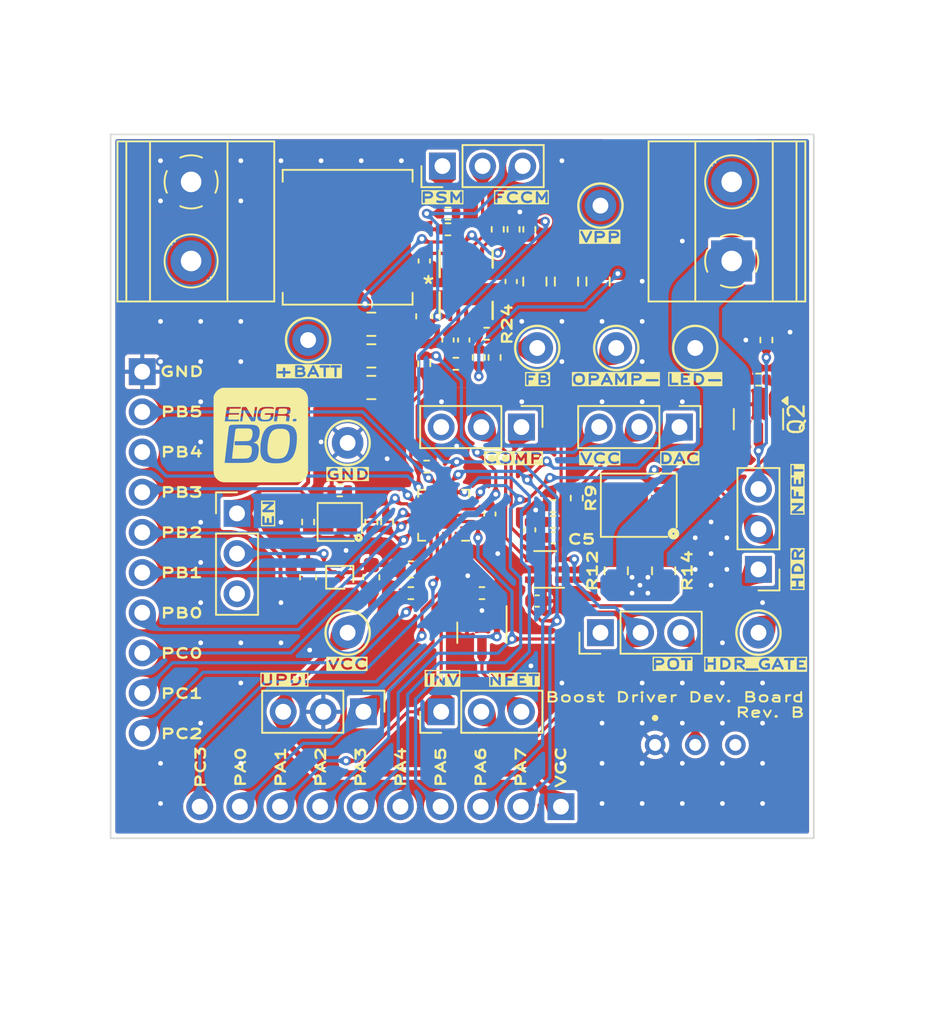
<source format=kicad_pcb>
(kicad_pcb (version 20240108) (generator "pcbnew") (generator_version "8.0")
  (title_block (title "Boost Driver Dev. Board") (rev "B") (company "Engineer Bo (https://www.youtube.com/@engineerbo)"))
  (layers (0 "F.Cu" signal) (1 "In1.Cu" signal) (2 "In2.Cu" signal) (31 "B.Cu" signal) (34 "B.Paste" user) (35 "F.Paste" user) (36 "B.SilkS" user "B.Silkscreen") (37 "F.SilkS" user "F.Silkscreen") (38 "B.Mask" user) (39 "F.Mask" user) (44 "Edge.Cuts" user))
  (net 0 "")
  (net 1 "GND")
  (net 2 "+BATT")
  (net 3 "VCC")
  (net 4 "/EN")
  (net 5 "/LED-")
  (net 6 "/ATtiny1616/UPDI")
  (net 7 "/DAC")
  (net 8 "/ATtiny1616/PC2")
  (net 9 "/ATtiny1616/PC3")
  (net 10 "/ATtiny1616/PA5")
  (net 11 "/ATtiny1616/PB1")
  (net 12 "/HDR")
  (net 13 "/FB")
  (net 14 "Net-(JP1-C)")
  (net 16 "VPP")
  (net 17 "/CurrentFeedback/OPAMP-")
  (net 18 "Net-(U4-BST)")
  (net 19 "Net-(U4-SS)")
  (net 20 "/INV")
  (net 21 "Net-(JP2-B)")
  (net 22 "Net-(JP3-C)")
  (net 24 "Net-(JP4-B)")
  (net 25 "Net-(U4-ILIM)")
  (net 26 "/~{HDR}")
  (net 27 "/~{INV}")
  (net 28 "/CurrentFeedback/HDR_GATE")
  (net 29 "/MP3432/SW")
  (net 30 "VDD")
  (net 31 "/BAT")
  (net 32 "/NTC")
  (net 33 "/BAT_EN")
  (net 34 "Net-(JP5-B)")
  (net 35 "/MP3432/COMP")
  (net 36 "Net-(JP6-A)")
  (net 38 "/OTC")
  (net 39 "Net-(C7-Pad1)")
  (net 40 "Net-(C14-Pad2)")
  (net 41 "Net-(JP6-C)")
  (net 43 "Net-(JP7-A)")
  (net 44 "Net-(Q1B-D2)")
  (net 45 "Net-(Q1A-D1)")
  (net 46 "/CurrentFeedback/HDR_DRAIN")
  (net 47 "/ATtiny1616/PB5")
  (net 48 "/ATtiny1616/PB3")
  (net 49 "/ATtiny1616/PB2")
  (net 50 "/MP3432/MODE")
  (net 51 "Net-(U4-EN)")
  (footprint "Resistor_SMD:R_0402_1005Metric" (layer "F.Cu") (at 155.8 91.1)
    (property "Reference" "R24")
    (property "Value" "130k")
  )
  (footprint "Package_SON_AKL:Infineon_PG_TSDSON-8_FL" (layer "F.Cu") (at 165.425 101.9425 180)
    (property "Reference" "Q3" (hide yes))
    (property "Value" "ISZ065N03L5SATMA1" (hide yes))
  )
  (footprint "Connector_PinHeader_2.54mm:PinHeader_1x10_P2.54mm_Vertical" (layer "F.Cu") (at 160.5 121 -90)
    (property "Reference" "J4" (hide yes))
    (property "Value" "Conn_01x10_Pin")
  )
  (footprint "Resistor_SMD:R_0402_1005Metric" (layer "F.Cu") (at 153.350001 83.5)
    (property "Reference" "R19" (hide yes))
    (property "Value" "130k")
  )
  (footprint "TerminalBlock_Phoenix:TerminalBlock_Phoenix_MKDS-1,5-2_1x02_P5.00mm_Horizontal" (layer "F.Cu") (at 171.305 86.5 90)
    (property "Reference" "J2" (hide yes))
    (property "Value" "Screw_Terminal_01x02")
  )
  (footprint "Capacitor_SMD:C_0402_1005Metric" (layer "F.Cu") (at 151.850001 86.5 90)
    (property "Reference" "C13" (hide yes))
    (property "Value" "100nF")
  )
  (footprint "TestPoint:TestPoint_Keystone_5000-5004_Miniature" (layer "F.Cu") (at 147 98)
    (property "Reference" "TP2" (hide yes))
    (property "Value" "TestPoint_Probe")
  )
  (footprint "Resistor_SMD:R_0402_1005Metric" (layer "F.Cu") (at 173.5 91.5 -90)
    (property "Reference" "R8" (hide yes))
    (property "Value" "10k")
  )
  (footprint "Resistor_SMD:R_0402_1005Metric" (layer "F.Cu") (at 160 102 180)
    (property "Reference" "R10" (hide yes))
    (property "Value" "3k3")
  )
  (footprint "TerminalBlock_Phoenix:TerminalBlock_Phoenix_MKDS-1,5-2_1x02_P5.00mm_Horizontal" (layer "F.Cu") (at 137.095 81.5 -90)
    (property "Reference" "J1" (hide yes))
    (property "Value" "Screw_Terminal_01x02")
  )
  (footprint "Capacitor_SMD:C_0402_1005Metric" (layer "F.Cu") (at 153.350001 91.5 -90)
    (property "Reference" "C12" (hide yes))
    (property "Value" "22nF")
  )
  (footprint "TestPoint:TestPoint_Keystone_5000-5004_Miniature" (layer "F.Cu") (at 164 92)
    (property "Reference" "TP5" (hide yes))
    (property "Value" "TestPoint_Probe")
  )
  (footprint "Connector_PinHeader_2.54mm:PinHeader_1x03_P2.54mm_Vertical" (layer "F.Cu") (at 168 97 -90)
    (property "Reference" "JP3" (hide yes))
    (property "Value" "Jumper_3_Bridged12")
  )
  (footprint "Capacitor_SMD:C_0805_2012Metric" (layer "F.Cu") (at 162.850001 87.8 -90)
    (property "Reference" "C18" (hide yes))
    (property "Value" "22uF")
  )
  (footprint "Capacitor_SMD:C_0402_1005Metric" (layer "F.Cu") (at 160.02 104 180)
    (property "Reference" "C5")
    (property "Value" "3.3nF")
  )
  (footprint "TestPoint:TestPoint_Keystone_5000-5004_Miniature" (layer "F.Cu") (at 169 92)
    (property "Reference" "TP6" (hide yes))
    (property "Value" "TestPoint_Probe")
  )
  (footprint "Resistor_SMD:R_0402_1005Metric" (layer "F.Cu") (at 155.3 92.6 90)
    (property "Reference" "R23" (hide yes))
    (property "Value" "750k")
  )
  (footprint "Capacitor_SMD:C_0603_1608Metric" (layer "F.Cu") (at 151.850001 90 90)
    (property "Reference" "C11" (hide yes))
    (property "Value" "4.7uF")
  )
  (footprint "Capacitor_SMD:C_0603_1608Metric" (layer "F.Cu") (at 144.5 106.5 90)
    (property "Reference" "C1" (hide yes))
    (property "Value" "4.7uF")
  )
  (footprint "TestPoint:TestPoint_Keystone_5000-5004_Miniature" (layer "F.Cu") (at 173 110)
    (property "Reference" "TP4" (hide yes))
    (property "Value" "TestPoint_Probe")
  )
  (footprint "Capacitor_SMD:C_0805_2012Metric" (layer "F.Cu") (at 148.5 90.5)
    (property "Reference" "C8" (hide yes))
    (property "Value" "22uF")
  )
  (footprint "Resistor_SMD:R_0402_1005Metric" (layer "F.Cu") (at 151 107.5 180)
    (property "Reference" "R6" (hide yes))
    (property "Value" "750k")
  )
  (footprint "Package_DFN_QFN:VQFN-20-1EP_3x3mm_P0.4mm_EP1.7x1.7mm" (layer "F.Cu") (at 153.075 102.575 180)
    (property "Reference" "U2" (hide yes))
    (property "Value" "ATtiny1616-M")
  )
  (footprint "TestPoint:TestPoint_Keystone_5000-5004_Miniature" (layer "F.Cu") (at 147 110)
    (property "Reference" "TP3" (hide yes))
    (property "Value" "TestPoint_Probe")
  )
  (footprint "Capacitor_SMD:C_0805_2012Metric" (layer "F.Cu") (at 160.850001 87.8 -90)
    (property "Reference" "C17" (hide yes))
    (property "Value" "22uF")
  )
  (footprint "Connector_PinHeader_2.54mm:PinHeader_1x03_P2.54mm_Vertical" (layer "F.Cu") (at 163 110 90)
    (property "Reference" "JP4" (hide yes))
    (property "Value" "Jumper_3_Bridged12")
  )
  (footprint "Package_TO_SOT_SMD:SOT-23" (layer "F.Cu") (at 155.5 110 -90)
    (property "Reference" "Q4" (hide yes))
    (property "Value" "2N7002K")
  )
  (footprint "Inductor_SMD:L_Coilcraft_XAL7070-XXX" (layer "F.Cu") (at 147 85)
    (property "Reference" "L1" (hide yes))
    (property "Value" "2.2uH")
  )
  (footprint "Resistor_SMD:R_0402_1005Metric" (layer "F.Cu") (at 151.850001 93 -90)
    (property "Reference" "TH1" (hide yes))
    (property "Value" "10k")
  )
  (footprint "footprints:3310C001503L" (layer "F.Cu") (at 166.46 117.095 -90)
    (property "Reference" "VR1" (hide yes))
    (property "Value" "3310C-001-104L" (hide yes))
  )
  (footprint "Package_TO_SOT_SMD_AKL:SOT-563" (layer "F.Cu") (at 146.5 103 180)
    (property "Reference" "Q1" (hide yes))
    (property "Value" "DMC2400UV" (hide yes))
  )
  (footprint "Capacitor_SMD:C_0805_2012Metric" (layer "F.Cu") (at 148.5 94.5)
    (property "Reference" "C10" (hide yes))
    (property "Value" "22uF")
  )
  (footprint "Connector_PinHeader_2.54mm:PinHeader_1x03_P2.54mm_Vertical" (layer "F.Cu") (at 140 102.46)
    (property "Reference" "JP1" (hide yes))
    (property "Value" "Jumper_3_Bridged12")
  )
  (footprint "Connector_PinHeader_2.54mm:PinHeader_1x03_P2.54mm_Vertical" (layer "F.Cu") (at 153 80.5 90)
    (property "Reference" "JP7" (hide yes))
    (property "Value" "Jumper_3_Bridged12")
  )
  (footprint "Resistor_SMD:R_0402_1005Metric" (layer "F.Cu") (at 161.5 101.49 -90)
    (property "Reference" "R9")
    (property "Value" "150k")
  )
  (footprint "Resistor_SMD:R_0402_1005Metric" (layer "F.Cu") (at 146.5 101 180)
    (property "Reference" "R5" (hide yes))
    (property "Value" "10k")
  )
  (footprint "Resistor_SMD:R_0402_1005Metric" (layer "F.Cu") (at 148.5 103 -90)
    (property "Reference" "R2" (hide yes))
    (property "Value" "20k")
  )
  (footprint "Resistor_SMD:R_0402_1005Metric" (layer "F.Cu") (at 153.850001 93 180)
    (property "Reference" "R22" (hide yes))
    (property "Value" "6k8")
  )
  (footprint "Resistor_SMD:R_0402_1005Metric" (layer "F.Cu") (at 153.350001 84.5 180)
    (property "Reference" "R20" (hide yes))
    (property "Value" "22k")
  )
  (footprint "Capacitor_SMD:C_0402_1005Metric" (layer "F.Cu") (at 157.350001 87.8 90)
    (property "Reference" "C15" (hide yes))
    (property "Value" "100nF")
  )
  (footprint "Resistor_SMD:R_0402_1005Metric" (layer "F.Cu") (at 157.5 84.5 90)
    (property "Reference" "R18" (hide yes))
    (property "Value" "24k")
  )
  (footprint "Connector_PinHeader_2.54mm:PinHeader_1x03_P2.54mm_Vertical" (layer "F.Cu") (at 173 106 180)
    (property "Reference" "JP2" (hide yes))
    (property "Value" "Jumper_3_Bridged12")
  )
  (footprint "footprints:QFN-13_MP3431_MNP" (layer "F.Cu") (at 154.5 88)
    (property "Reference" "U4" (hide yes))
    (property "Value" "MP3432GL-Z")
  )
  (footprint "Resistor_SMD:R_0402_1005Metric" (layer "F.Cu") (at 152 99.5)
    (property "Reference" "R1" (hide yes))
    (property "Value" "10k")
  )
  (footprint "Connector_PinHeader_2.54mm:PinHeader_1x03_P2.54mm_Vertical" (layer "F.Cu") (at 148 115 -90)
    (property "Reference" "J3" (hide yes))
    (property "Value" "Conn_01x03_Pin")
  )
  (footprint "Capacitor_SMD:C_0805_2012Metric" (layer "F.Cu") (at 158.850001 87.8 -90)
    (property "Reference" "C16" (hide yes))
    (property "Value" "22uF")
  )
  (footprint "Resistor_SMD:R_0402_1005Metric" (layer "F.Cu") (at 144.5 103 -90)
    (property "Reference" "R4" (hide yes))
    (property "Value" "10k")
  )
  (footprint "Resistor_SMD:R_0402_1005Metric" (layer "F.Cu") (at 173 94 180)
    (property "Reference" "R7" (hide yes))
    (property "Value" "10k")
  )
  (footprint "Capacitor_SMD:C_0805_2012Metric" (layer "F.Cu") (at 148.5 92.5)
    (property "Reference" "C9" (hide yes))
    (property "Value" "22uF")
  )
  (footprint "Capacitor_SMD:C_0603_1608Metric" (layer "F.Cu") (at 151 106 180)
    (property "Reference" "C3" (hide yes))
    (property "Value" "4.7uF")
  )
  (footprint "Connector_PinHeader_2.54mm:PinHeader_1x03_P2.54mm_Vertical" (layer "F.Cu") (at 158 97 -90)
    (property "Reference" "JP6" (hide yes))
    (property "Value" "Jumper_3_Bridged12")
  )
  (footprint "TestPoint:TestPoint_Keystone_5000-5004_Miniature" (layer "F.Cu") (at 163 83)
    (property "Reference" "TP8" (hide yes))
    (property "Value" "TestPoint_Probe")
  )
  (footprint "Capacitor_SMD:C_0402_1005Metric" (layer "F.Cu") (at 156 102.5 90)
    (property "Reference" "C4" (hide yes))
    (property "Value" "100nF")
  )
  (footprint "Resistor_SMD:R_0402_1005Metric" (layer "F.Cu") (at 149.5 103 90)
    (property "Reference" "R3" (hide yes))
    (property "Value" "10k")
  )
  (footprint "TestPoint:TestPoint_Keystone_5000-5004_Miniature" (layer "F.Cu") (at 159 92)
    (property "Reference" "TP7" (hide yes))
    (property "Value" "TestPoint_Probe")
  )
  (footprint "Capacitor_SMD:C_0603_1608Metric" (layer "F.Cu") (at 148.5 106.5 90)
    (property "Reference" "C2" (hide yes))
    (property "Value" "4.7uF")
  )
  (footprint "Package_TO_SOT_SMD:SOT-23" (layer "F.Cu") (at 173 96.5 -90)
    (property "Reference" "Q2")
    (property "Value" "2N7002K")
  )
  (footprint "Package_TO_SOT_SMD:SOT-353_SC-70-5" (layer "F.Cu") (at 159.5 106 180)
    (property "Reference" "U3" (hide yes))
    (property "Value" "TLV333/OPA333")
  )
  (footprint "TestPoint:TestPoint_Keystone_5000-5004_Miniature" (layer "F.Cu") (at 144.5 91.5)
    (property "Reference" "TP1" (hide yes))
    (property "Value" "TestPoint_Probe")
  )
  (footprint "Package_DFN_QFN:OnSemi_XDFN4-1EP_1.0x1.0mm_EP0.52x0.52mm" (layer "F.Cu") (at 146.5 106.5 180)
    (property "Reference" "U1" (hide yes))
    (property "Value" "NCP114AMX250TCG")
  )
  (footprint "Resistor_SMD:R_0402_1005Metric" (layer "F.Cu") (at 158.5 84.5 -90)
    (property "Reference" "R17" (hide yes))
    (property "Value" "20k")
  )
  (footprint "Resistor_SMD:R_0402_1005Metric" (layer "F.Cu") (at 156.5 84.5 90)
    (property "Reference" "R21" (hide yes))
    (property "Value" "27k")
  )
  (footprint "Engineer_Bo_Logo:logo_6mm" (layer "F.Cu") (at 141.5 97.5)
    (property "Reference" "LOGO1" (hide yes))
    (property "Value" "LOGO" (hide yes))
  )
  (footprint "Connector_PinHeader_2.54mm:PinHeader_1x03_P2.54mm_Vertical" (layer "F.Cu") (at 152.92 115 90)
    (property "Reference" "JP5" (hide yes))
    (property "Value" "Jumper_3_Bridged12")
  )
  (footprint "Resistor_SMD:R_0402_1005Metric" (layer "F.Cu") (at 155.5 107.5 180)
    (property "Reference" "R13" (hide yes))
    (property "Value" "10k")
  )
  (footprint "Resistor_SMD:R_0402_1005Metric" (layer "F.Cu") (at 156.3 92.6 90)
    (property "Reference" "R16" (hide yes))
    (property "Value" "430k")
  )
  (footprint "Capacitor_SMD:C_0402_1005Metric" (layer "F.Cu") (at 154.350001 91.5 -90)
    (property "Reference" "C14" (hide yes))
    (property "Value" "6.8nF")
  )
  (footprint "Capacitor_SMD:C_0402_1005Metric" (layer "F.Cu") (at 158.52 103.5 -90)
    (property "Reference" "C7" (hide yes))
    (property "Value" "DNP")
  )
  (footprint "Resistor_SMD:R_0402_1005Metric" (layer "F.Cu") (at 160 103 180)
    (property "Reference" "R15" (hide yes))
    (property "Value" "DNP")
  )
  (footprint "Resistor_SMD:R_0805_2012Metric" (layer "F.Cu") (at 164 106.0875 -90)
    (property "Reference" "R12")
    (property "Value" "5mR")
  )
  (footprint "Resistor_SMD:R_0805_2012Metric" (layer "F.Cu") (at 167 106.0875 -90)
    (property "Reference" "R14")
    (property "Value" "1R")
  )
  (footprint "Capacitor_SMD:C_0402_1005Metric" (layer "F.Cu") (at 159 108 180)
    (property "Reference" "C6" (hide yes))
    (property "Value" "100nF")
  )
  (footprint "Connector_PinHeader_2.54mm:PinHeader_1x10_P2.54mm_Vertical" (layer "F.Cu") (at 134 93.5)
    (property "Reference" "J5" (hide yes))
    (property "Value" "Conn_01x10_Pin")
  )
  (gr_rect (start 132 78.5) (end 176.5 123) (stroke (width 0.1)) (fill none) (layer "Edge.Cuts"))
  (gr_text "${TITLE}\nRev. ${REVISION}" (at 176 115.4 0) (layer "F.SilkS") (effects (font (size 0.6 0.9) (thickness 0.125) (bold yes)) (justify right bottom)))
  (segment (start 148.05 106.175) (end 148.5 105.725) (width 0.25) (layer "F.Cu") (net 1))
  (segment (start 172.05 95.5625) (end 172.05 94.44) (width 0.2) (layer "F.Cu") (net 1))
  (segment (start 146.985 106.175) (end 148.05 106.175) (width 0.25) (layer "F.Cu") (net 1))
  (segment (start 155.595 102.575) (end 156 102.98) (width 0.2) (layer "F.Cu") (net 1))
  (segment (start 146.985 106.175) (end 146.825 106.175) (width 0.25) (layer "F.Cu") (net 1))
  (segment (start 154.525 102.575) (end 155.595 102.575) (width 0.2) (layer "F.Cu") (net 1))
  (segment (start 146.825 106.175) (end 146.5 106.5) (width 0.25) (layer "F.Cu") (net 1))
  (segment (start 172.05 94.44) (end 172.49 94) (width 0.2) (layer "F.Cu") (net 1))
  (segment (start 154.525 102.575) (end 153.075 102.575) (width 0.2) (layer "F.Cu") (net 1))
  (via (at 165.64 120.8) (size 0.6) (drill 0.3) (layers "F.Cu" "B.Cu") (net 1))
  (via (at 173.26 113.18) (size 0.6) (drill 0.3) (layers "F.Cu" "B.Cu") (net 1))
  (via (at 170.72 113.18) (size 0.6) (drill 0.3) (layers "F.Cu" "B.Cu") (net 1))
  (via (at 165.64 87.78) (size 0.6) (drill 0.3) (layers "F.Cu" "B.Cu") (net 1))
  (via (at 173.26 108.1) (size 0.6) (drill 0.3) (layers "F.Cu" "B.Cu") (net 1))
  (via (at 168.18 120.8) (size 0.6) (drill 0.3) (layers "F.Cu" "B.Cu") (net 1))
  (via (at 165.64 115.72) (size 0.6) (drill 0.3) (layers "F.Cu" "B.Cu") (net 1))
  (via (at 175 91) (size 0.6) (drill 0.3) (layers "F.Cu" "B.Cu") (net 1))
  (via (at 160.56 118.26) (size 0.6) (drill 0.3) (layers "F.Cu" "B.Cu") (net 1))
  (via (at 153.9 98.2) (size 0.6) (drill 0.3) (layers "F.Cu" "B.Cu") (net 1))
  (via (at 137.7 95.4) (size 0.6) (drill 0.3) (layers "F.Cu" "B.Cu") (net 1))
  (via (at 168.18 115.72) (size 0.6) (drill 0.3) (layers "F.Cu" "B.Cu") (net 1))
  (via (at 135.16 92.86) (size 0.6) (drill 0.3) (layers "F.Cu" "B.Cu") (net 1))
  (via (at 154.6 106.4) (size 0.6) (drill 0.3) (layers "F.Cu" "B.Cu") (net 1))
  (via (at 165.64 92.86) (size 0.6) (drill 0.3) (layers "F.Cu" "B.Cu") (net 1))
  (via (at 147.86 80.16) (size 0.6) (drill 0.3) (layers "F.Cu" "B.Cu") (net 1))
  (via (at 170 105) (size 0.6) (drill 0.3) (layers "F.Cu" "B.Cu") (net 1))
  (via (at 165.64 95.4) (size 0.6) (drill 0.3) (layers "F.Cu" "B.Cu") (net 1))
  (via (at 137.7 90.32) (size 0.6) (drill 0.3) (layers "F.Cu" "B.Cu") (net 1))
  (via (at 144.6 111.1) (size 0.6) (drill 0.3) (layers "F.Cu" "B.Cu") (net 1))
  (via (at 135.16 82.7) (size 0.6) (drill 0.3) (layers "F.Cu" "B.Cu") (net 1))
  (via (at 137.7 110.64) (size 0.6) (drill 0.3) (layers "F.Cu" "B.Cu") (net 1))
  (via (at 135.16 90.32) (size 0.6) (drill 0.3) (layers "F.Cu" "B.Cu") (net 1))
  (via (at 140.24 92.86) (size 0.6) (drill 0.3) (layers "F.Cu" "B.Cu") (net 1))
  (via (at 135.16 80.16) (size 0.6) (drill 0.3) (layers "F.Cu" "B.Cu") (net 1))
  (via (at 142.78 103.02) (size 0.6) (drill 0.3) (layers "F.Cu" "B.Cu") (net 1))
  (via (at 160.56 92.86) (size 0.6) (drill 0.3) (layers "F.Cu" "B.Cu") (net 1))
  (via (at 135.16 120.8) (size 0.6) (drill 0.3) (layers "F.Cu" "B.Cu") (net 1))
  (via (at 140.24 118.26) (size 0.6) (drill 0.3) (layers "F.Cu" "B.Cu") (net 1))
  (via (at 145.32 97.94) (size 0.6) (drill 0.3) (layers "F.Cu" "B.Cu") (net 1))
  (via (at 137.7 105.56) (size 0.6) (drill 0.3) (layers "F.Cu" "B.Cu") (net 1))
  (via (at 168.18 85.24) (size 0.6) (drill 0.3) (layers "F.Cu" "B.Cu") (net 1))
  (via (at 145.32 80.16) (size 0.6) (drill 0.3) (layers "F.Cu" "B.Cu") (net 1))
  (via (at 160.56 80.16) (size 0.6) (drill 0.3) (layers "F.Cu" "B.Cu") (net 1))
  (via (at 170.72 110.64) (size 0.6) (drill 0.3) (layers "F.Cu" "B.Cu") (net 1))
  (via (at 158.02 95.4) (size 0.6) (drill 0.3) (layers "F.Cu" "B.Cu") (net 1))
  (via (at 137.7 92.86) (size 0.6) (drill 0.3) (layers "F.Cu" "B.Cu") (net 1))
  (via (at 150.4 80.16) (size 0.6) (drill 0.3) (layers "F.Cu" "B.Cu") (net 1))
  (via (at 173.26 115.72) (size 0.6) (drill 0.3) (layers "F.Cu" "B.Cu") (net 1))
  (via (at 165.64 118.26) (size 0.6) (drill 0.3) (layers "F.Cu" "B.Cu") (net 1))
  (via (at 137.7 97.94) (size 0.6) (drill 0.3) (layers "F.Cu" "B.Cu") (net 1))
  (via (at 137.7 108.1) (size 0.6) (drill 0.3) (layers "F.Cu" "B.Cu") (net 1))
  (via (at 140.24 113.18) (size 0.6) (drill 0.3) (layers "F.Cu" "B.Cu") (net 1))
  (via (at 163.1 120.8) (size 0.6) (drill 0.3) (layers "F.Cu" "B.Cu") (net 1))
  (via (at 135.16 118.26) (size 0.6) (drill 0.3) (layers "F.Cu" "B.Cu") (net 1))
  (via (at 155.5 108.6) (size 0.6) (drill 0.3) (layers "F.Cu" "B.Cu") (net 1))
  (via (at 170.72 118.26) (size 0.6) (drill 0.3) (layers "F.Cu" "B.Cu") (net 1))
  (via (at 168.18 118.26) (size 0.6) (drill 0.3) (layers "F.Cu" "B.Cu") (net 1))
  (via (at 170 103) (size 0.6) (drill 0.3) (layers "F.Cu" "B.Cu") (net 1))
  (via (at 140.24 82.7) (size 0.6) (drill 0.3) (layers "F.Cu" "B.Cu") (net 1))
  (via (at 157.9 83.4) (size 0.6) (drill 0.3) (layers "F.Cu" "B.Cu") (net 1))
  (via (at 160.56 90.32) (size 0.6) (drill 0.3) (layers "F.Cu" "B.Cu") (net 1))
  (via (at 169 104) (size 0.6) (drill 0.3) (layers "F.Cu" "B.Cu") (net 1))
  (via (at 170 107) (size 0.6) (drill 0.3) (layers "F.Cu" "B.Cu") (net 1))
  (via (at 158.6 112.1) (size 0.6) (drill 0.3) (layers "F.Cu" "B.Cu") (net 1))
  (via (at 173.26 118.26) (size 0.6) (drill 0.3) (layers "F.Cu" "B.Cu") (net 1))
  (via (at 170.72 115.72) (size 0.6) (drill 0.3) (layers "F.Cu" "B.Cu") (net 1))
  (via (at 137.7 115.72) (size 0.6) (drill 0.3) (layers "F.Cu" "B.Cu") (net 1))
  (via (at 152.94 95.4) (size 0.6) (drill 0.3) (layers "F.Cu" "B.Cu") (net 1))
  (via (at 163.1 115.72) (size 0.6) (drill 0.3) (layers "F.Cu" "B.Cu") (net 1))
  (via (at 158.9 102.245968) (size 0.6) (drill 0.3) (layers "F.Cu" "B.Cu") (net 1))
  (via (at 163.1 90.32) (size 0.6) (drill 0.3) (layers "F.Cu" "B.Cu") (net 1))
  (via (at 156.5 105) (size 0.6) (drill 0.3) (layers "F.Cu" "B.Cu") (net 1))
  (via (at 168.18 113.18) (size 0.6) (drill 0.3) (layers "F.Cu" "B.Cu") (net 1))
  (via (at 165.64 113.18) (size 0.6) (drill 0.3) (layers "F.Cu" "B.Cu") (net 1))
  (via (at 140.24 90.32) (size 0.6) (drill 0.3) (layers "F.Cu" "B.Cu") (net 1))
  (via (at 165.64 90.32) (size 0.6) (drill 0.3) (layers "F.Cu" "B.Cu") (net 1))
  (via (at 140.24 110.64) (size 0.6) (drill 0.3) (layers "F.Cu" "B.Cu") (net 1))
  (via (at 171 106) (size 0.6) (drill 0.3) (layers "F.Cu" "B.Cu") (net 1))
  (via (at 140.24 80.16) (size 0.6) (drill 0.3) (layers "F.Cu" "B.Cu") (net 1))
  (via (at 137.7 103.02) (size 0.6) (drill 0.3) (layers "F.Cu" "B.Cu") (net 1))
  (via (at 171 104) (size 0.6) (drill 0.3) (layers "F.Cu" "B.Cu") (net 1))
  (via (at 172.2 91.5) (size 0.6) (drill 0.3) (layers "F.Cu" "B.Cu") (net 1))
  (via (at 149.5 99) (size 0.6) (drill 0.3) (layers "F.Cu" "B.Cu") (net 1))
  (via (at 173.26 120.8) (size 0.6) (drill 0.3) (layers "F.Cu" "B.Cu") (net 1))
  (via (at 142.78 80.16) (size 0.6) (drill 0.3) (layers "F.Cu" "B.Cu") (net 1))
  (via (at 170.72 120.8) (size 0.6) (drill 0.3) (layers "F.Cu" "B.Cu") (net 1))
  (via (at 163.1 95.4) (size 0.6) (drill 0.3) (layers "F.Cu" "B.Cu") (net 1))
  (via (at 168.18 95.4) (size 0.6) (drill 0.3) (layers "F.Cu" "B.Cu") (net 1))
  (via (at 169 106) (size 0.6) (drill 0.3) (layers "F.Cu" "B.Cu") (net 1))
  (via (at 142.78 110.64) (size 0.6) (drill 0.3) (layers "F.Cu" "B.Cu") (net 1))
  (via (at 160.56 113.18) (size 0.6) (drill 0.3) (layers "F.Cu" "B.Cu") (net 1))
  (via (at 158.02 90.32) (size 0.6) (drill 0.3) (layers "F.Cu" "B.Cu") (net 1))
  (via (at 142.78 108.1) (size 0.6) (drill 0.3) (layers "F.Cu" "B.Cu") (net 1))
  (via (at 163.1 118.26) (size 0.6) (drill 0.3) (layers "F.Cu" "B.Cu") (net 1))
  (via (at 146.9 104.8) (size 0.6) (drill 0.3) (layers "F.Cu" "B.Cu") (net 1))
  (segment (start 145.5 94.5) (end 147.55 94.5) (width 0.25) (layer "F.Cu") (net 2))
  (segment (start 140.03 102.49) (end 140 102.46) (width 0.2) (layer "F.Cu") (net 2))
  (segment (start 153.7 85.3) (end 151.9 85.3) (width 0.2) (layer "F.Cu") (net 2))
  (segment (start 141.5 101) (end 144 101) (width 0.25) (layer "F.Cu") (net 2))
  (segment (start 140 102.46) (end 140.04 102.46) (width 0.25) (layer "F.Cu") (net 2))
  (segment (start 142.75 105.21) (end 140 102.46) (width 0.25) (layer "F.Cu") (net 2))
  (segment (start 144.5 100.5) (end 144.5 95.5) (width 0.25) (layer "F.Cu") (net 2))
  (segment (start 146.015 106.825) (end 144.95 106.825) (width 0.25) (layer "F.Cu") (net 2))
  (segment (start 144.5 101.5) (end 144 101) (width 0.2) (layer "F.Cu") (net 2))
  (segment (start 143.525 107.275) (end 142.75 106.5) (width 0.25) (layer "F.Cu") (net 2))
  (segment (start 151.9 85.3) (end 151.7 85.1) (width 0.2) (layer "F.Cu") (net 2))
  (segment (start 140.04 102.46) (end 141.5 101) (width 0.25) (layer "F.Cu") (net 2))
  (segment (start 154.000001 86.100001) (end 154.000001 85.600001) (width 0.2) (layer "F.Cu") (net 2))
  (segment (start 144 101) (end 144.5 100.5) (width 0.25) (layer "F.Cu") (net 2))
  (segment (start 144.5 102.49) (end 144.5 101.5) (width 0.2) (layer "F.Cu") (net 2))
  (segment (start 144.5 95.5) (end 145.5 94.5) (width 0.25) (layer "F.Cu") (net 2))
  (segment (start 144.95 106.825) (end 144.5 107.275) (width 0.25) (layer "F.Cu") (net 2))
  (segment (start 145.75 102.5) (end 144.51 102.5) (width 0.2) (layer "F.Cu") (net 2))
  (segment (start 142.75 106.5) (end 142.75 105.21) (width 0.25) (layer "F.Cu") (net 2))
  (segment (start 154.000001 85.600001) (end 153.7 85.3) (width 0.2) (layer "F.Cu") (net 2))
  (segment (start 144.5 107.275) (end 143.525 107.275) (width 0.25) (layer "F.Cu") (net 2))
  (segment (start 144.51 102.5) (end 144.5 102.49) (width 0.2) (layer "F.Cu") (net 2))
  (via (at 148.1 89.2) (size 0.6) (drill 0.3) (layers "F.Cu" "B.Cu") (net 2))
  (via (at 151.7 85.1) (size 0.6) (drill 0.3) (layers "F.Cu" "B.Cu") (net 2))
  (segment (start 148.1 88.7) (end 148.1 89.2) (width 0.2) (layer "B.Cu") (net 2))
  (segment (start 151.7 85.1) (end 148.1 88.7) (width 0.2) (layer "B.Cu") (net 2))
  (segment (start 147 110) (end 142.92 114.08) (width 0.4) (layer "F.Cu") (net 3))
  (segment (start 148.05 106.825) (end 148.5 107.275) (width 0.25) (layer "F.Cu") (net 3))
  (segment (start 142.92 116.72) (end 145.1 118.9) (width 0.4) (layer "F.Cu") (net 3))
  (segment (start 146.985 106.825) (end 148.05 106.825) (width 0.25) (layer "F.Cu") (net 3))
  (segment (start 148.5 108.5) (end 148.5 107.275) (width 0.4) (layer "F.Cu") (net 3))
  (segment (start 155.225 102.175) (end 155.38 102.02) (width 0.2) (layer "F.Cu") (net 3))
  (segment (start 154.525 102.175) (end 155.225 102.175) (width 0.2) (layer "F.Cu") (net 3))
  (segment (start 156 101.625) (end 156.375 101.25) (width 0.2) (layer "F.Cu") (net 3))
  (segment (start 158.4 118.9) (end 160.5 121) (width 0.4) (layer "F.Cu") (net 3))
  (segment (start 142.92 114.08) (end 142.92 115) (width 0.4) (layer "F.Cu") (net 3))
  (segment (start 152.6 92.5) (end 152.5875 92.5125) (width 0.2) (layer "F.Cu") (net 3))
  (segment (start 156 102.02) (end 156 101.625) (width 0.2) (layer "F.Cu") (net 3))
  (segment (start 147 110) (end 148.5 108.5) (width 0.4) (layer "F.Cu") (net 3))
  (segment (start 152.59 92.49) (end 152.6 92.5) (width 0.2) (layer "F.Cu") (net 3))
  (segment (start 145.1 118.9) (end 158.4 118.9) (width 0.4) (layer "F.Cu") (net 3))
  (segment (start 155.2 98.6) (end 156.375 99.775) (width 0.2) (layer "F.Cu") (net 3))
  (segment (start 151.850001 92.49) (end 152.59 92.49) (width 0.2) (layer "F.Cu") (net 3))
  (segment (start 155.38 102.02) (end 156 102.02) (width 0.2) (layer "F.Cu") (net 3))
  (segment (start 142.92 115) (end 142.92 116.72) (width 0.4) (layer "F.Cu") (net 3))
  (segment (start 156.375 99.775) (end 156.375 101.25) (width 0.2) (layer "F.Cu") (net 3))
  (via (at 155.2 98.6) (size 0.6) (drill 0.3) (layers "F.Cu" "B.Cu") (net 3))
  (via (at 156.375 101.25) (size 0.6) (drill 0.3) (layers "F.Cu" "B.Cu") (net 3))
  (via (at 152.6 92.5) (size 0.6) (drill 0.3) (layers "F.Cu" "B.Cu") (net 3))
  (segment (start 161.32 98.6) (end 162.92 97) (width 0.2) (layer "B.Cu") (net 3))
  (segment (start 154.5 102.5) (end 155.125 102.5) (width 0.4) (layer "B.Cu") (net 3))
  (segment (start 154.2 94.1) (end 154.2 97.6) (width 0.2) (layer "B.Cu") (net 3))
  (segment (start 147 110) (end 154.5 102.5) (width 0.4) (layer "B.Cu") (net 3))
  (segment (start 155.125 102.5) (end 156.375 101.25) (width 0.4) (layer "B.Cu") (net 3))
  (segment (start 152.6 92.5) (end 154.2 94.1) (width 0.2) (layer "B.Cu") (net 3))
  (segment (start 154.2 97.6) (end 155.2 98.6) (width 0.2) (layer "B.Cu") (net 3))
  (segment (start 155.2 98.6) (end 161.32 98.6) (width 0.2) (layer "B.Cu") (net 3))
  (segment (start 159.5 84) (end 158.509999 84) (width 0.2) (layer "F.Cu") (net 4))
  (segment (start 160.25 109.25) (end 159.25 109.25) (width 0.2) (layer "F.Cu") (net 4))
  (segment (start 159.25 109.25) (end 158.52 108.52) (width 0.2) (layer "F.Cu") (net 4))
  (segment (start 153.075 101.125) (end 153.075 100.025) (width 0.2) (layer "F.Cu") (net 4))
  (segment (start 158.55 107.97) (end 158.52 108) (width 0.2) (layer "F.Cu") (net 4))
  (segment (start 158.55 106.65) (end 158.55 107.97) (width 0.2) (layer "F.Cu") (net 4))
  (segment (start 158.52 108.52) (end 158.52 108) (width 0.2) (layer "F.Cu") (net 4))
  (segment (start 158.509999 84) (end 158.5 83.990001) (width 0.2) (layer "F.Cu") (net 4))
  (segment (start 153.075 100.025) (end 153.9 99.2) (width 0.2) (layer "F.Cu") (net 4))
  (via (at 159.5 84) (size 0.6) (drill 0.3) (layers "F.Cu" "B.Cu") (net 4))
  (via (at 153.9 99.2) (size 0.6) (drill 0.3) (layers "F.Cu" "B.Cu") (net 4))
  (via (at 160.25 109.25) (size 0.6) (drill 0.3) (layers "F.Cu" "B.Cu") (net 4))
  (segment (start 153.1 99.2) (end 151.5 97.6) (width 0.2) (layer "B.Cu") (net 4))
  (segment (start 160.25 109.25) (end 160.25 101.45) (width 0.2) (layer "B.Cu") (net 4))
  (segment (start 151.5 92.5) (end 159.5 84.5) (width 0.2) (layer "B.Cu") (net 4))
  (segment (start 151.5 97.6) (end 151.5 92.5) (width 0.2) (layer "B.Cu") (net 4))
  (segment (start 160.25 109.25) (end 159.8 109.7) (width 0.2) (layer "B.Cu") (net 4))
  (segment (start 153.9 99.2) (end 153.1 99.2) (width 0.2) (layer "B.Cu") (net 4))
  (segment (start 159.8 109.7) (end 159.8 119.16) (width 0.2) (layer "B.Cu") (net 4))
  (segment (start 159.5 84.5) (end 159.5 84) (width 0.2) (layer "B.Cu") (net 4))
  (segment (start 159.8 119.16) (end 157.96 121) (width 0.2) (layer "B.Cu") (net 4))
  (segment (start 158 99.2) (end 153.9 99.2) (width 0.2) (layer "B.Cu") (net 4))
  (segment (start 160.25 101.45) (end 158 99.2) (width 0.2) (layer "B.Cu") (net 4))
  (segment (start 162.35 107) (end 164 107) (width 0.4) (layer "F.Cu") (net 5))
  (segment (start 160.45 106.65) (end 162 106.65) (width 0.4) (layer "F.Cu") (net 5))
  (segment (start 162 106.65) (end 162.35 107) (width 0.4) (layer "F.Cu") (net 5))
  (via (at 166 107.5) (size 0.6) (drill 0.3) (layers "F.Cu" "B.Cu") (net 5))
  (via (at 165.5 107) (size 0.6) (drill 0.3) (layers "F.Cu" "B.Cu") (net 5))
  (via (at 165 106.5) (size 0.6) (drill 0.3) (layers "F.Cu" "B.Cu") (net 5))
  (via (at 165 107.5) (size 0.6) (drill 0.3) (layers "F.Cu" "B.Cu") (net 5))
  (via (at 166 106.5) (size 0.6) (drill 0.3) (layers "F.Cu" "B.Cu") (net 5))
  (segment (start 171 98.75) (end 165.5 104.25) (width 3) (layer "B.Cu") (net 5))
  (segment (start 165.5 104.25) (end 165.5 106) (width 3) (layer "B.Cu") (net 5))
  (segment (start 169 92) (end 171 94) (width 3) (layer "B.Cu") (net 5))
  (segment (start 171 94) (end 171 98.75) (width 3) (layer "B.Cu") (net 5))
  (segment (start 169 88.805) (end 171.305 86.5) (width 3) (layer "B.Cu") (net 5))
  (segment (start 169 92) (end 169 88.805) (width 3) (layer "B.Cu") (net 5))
  (segment (start 152.4 108.4) (end 153.475 107.325) (width 0.2) (layer "F.Cu") (net 6))
  (segment (start 152.4 110.6) (end 152.4 108.4) (width 0.2) (layer "F.Cu") (net 6))
  (segment (start 148 115) (end 152.4 110.6) (width 0.2) (layer "F.Cu") (net 6))
  (segment (start 153.475 107.325) (end 153.475 104.025) (width 0.2) (layer "F.Cu") (net 6))
  (segment (start 146 117) (end 148 115) (width 0.2) (layer "B.Cu") (net 6))
  (segment (start 144.18 117) (end 146 117) (width 0.2) (layer "B.Cu") (net 6))
  (segment (start 140.18 121) (end 144.18 117) (width 0.2) (layer "B.Cu") (net 6))
  (segment (start 154 100) (end 153.475 100.525) (width 0.2) (layer "F.Cu") (net 7))
  (segment (start 153.475 100.525) (end 153.475 101.125) (width 0.2) (layer "F.Cu") (net 7))
  (segment (start 159.55 99.15) (end 159.6 99.15) (width 0.2) (layer "F.Cu") (net 7))
  (segment (start 158.361091 100.338909) (end 159.55 99.15) (width 0.2) (layer "F.Cu") (net 7))
  (via (at 159.6 99.15) (size 0.6) (drill 0.3) (layers "F.Cu" "B.Cu") (net 7))
  (via (at 158.361091 100.338909) (size 0.6) (drill 0.3) (layers "F.Cu" "B.Cu") (net 7))
  (via (at 154 100) (size 0.6) (drill 0.3) (layers "F.Cu" "B.Cu") (net 7))
  (segment (start 165.4 99.6) (end 168 97) (width 0.2) (layer "B.Cu") (net 7))
  (segment (start 159.346 117.074) (end 155.42 121) (width 0.2) (layer "B.Cu") (net 7))
  (segment (start 159.346 109.254) (end 159.346 117.074) (width 0.2) (layer "B.Cu") (net 7))
  (segment (start 160.05 99.6) (end 165.4 99.6) (width 0.2) (layer "B.Cu") (net 7))
  (segment (start 159.8 108.8) (end 159.346 109.254) (width 0.2) (layer "B.Cu") (net 7))
  (segment (start 159.8 101.777818) (end 159.8 108.8) (width 0.2) (layer "B.Cu") (net 7))
  (segment (start 154 100) (end 154.2 99.8) (width 0.2) (layer "B.Cu") (net 7))
  (segment (start 154.2 99.8) (end 157.822182 99.8) (width 0.2) (layer "B.Cu") (net 7))
  (segment (start 158.361091 100.338909) (end 159.8 101.777818) (width 0.2) (layer "B.Cu") (net 7))
  (segment (start 159.6 99.15) (end 160.05 99.6) (width 0.2) (layer "B.Cu") (net 7))
  (segment (start 157.822182 99.8) (end 158.361091 100.338909) (width 0.2) (layer "B.Cu") (net 7))
  (segment (start 152.675 106.625) (end 152.4 106.9) (width 0.2) (layer "F.Cu") (net 8))
  (segment (start 152.675 104.025) (end 152.675 106.625) (width 0.2) (layer "F.Cu") (net 8))
  (via (at 152.4 106.9) (size 0.6) (drill 0.3) (layers "F.Cu" "B.Cu") (net 8))
  (segment (start 137.86 112.5) (end 134 116.36) (width 0.2) (layer "B.Cu") (net 8))
  (segment (start 148 112.5) (end 137.86 112.5) (width 0.2) (layer "B.Cu") (net 8))
  (segment (start 152.4 106.9) (end 152.4 108.1) (width 0.2) (layer "B.Cu") (net 8))
  (segment (start 152.4 108.1) (end 148 112.5) (width 0.2) (layer "B.Cu") (net 8))
  (segment (start 151.7 108.575736) (end 153.075 107.200736) (width 0.2) (layer "F.Cu") (net 9))
  (segment (start 153.075 107.200736) (end 153.075 104.025) (width 0.2) (layer "F.Cu") (net 9))
  (segment (start 151.7 110.2) (end 151.7 108.575736) (width 0.2) (layer "F.Cu") (net 9))
  (via (at 151.7 110.2) (size 0.6) (drill 0.3) (layers "F.Cu" "B.Cu") (net 9))
  (segment (start 151.7 110.2) (end 148.8 113.1) (width 0.2) (layer "B.Cu") (net 9))
  (segment (start 148.8 113.1) (end 141.8 113.1) (width 0.2) (layer "B.Cu") (net 9))
  (segment (start 137.64 117.26) (end 137.64 121) (width 0.2) (layer "B.Cu") (net 9))
  (segment (start 141.8 113.1) (end 137.64 117.26) (width 0.2) (layer "B.Cu") (net 9))
  (segment (start 153.875 101.125) (end 154.375 101.125) (width 0.2) (layer "F.Cu") (net 10))
  (segment (start 154.375 101.125) (end 154.4 101.1) (width 0.2) (layer "F.Cu") (net 10))
  (via (at 154.4 101.1) (size 0.6) (drill 0.3) (layers "F.Cu" "B.Cu") (net 10))
  (segment (start 158 105.5) (end 158.5 106) (width 0.2) (layer "B.Cu") (net 10))
  (segment (start 158.5 106) (end 158.5 111.2) (width 0.2) (layer "B.Cu") (net 10))
  (segment (start 151.3 114.2) (end 151.3 119.42) (width 0.2) (layer "B.Cu") (net 10))
  (segment (start 158.5 111.2) (end 157.2 112.5) (width 0.2) (layer "B.Cu") (net 10))
  (segment (start 154.4 101.1) (end 155.3 100.2) (width 0.2) (layer "B.Cu") (net 10))
  (segment (start 157.35 100.2) (end 158.5 101.35) (width 0.2) (layer "B.Cu") (net 10))
  (segment (start 151.3 119.42) (end 152.88 121) (width 0.2) (layer "B.Cu") (net 10))
  (segment (start 158.5 101.35) (end 158.5 101.8) (width 0.2) (layer "B.Cu") (net 10))
  (segment (start 153 112.5) (end 151.3 114.2) (width 0.2) (layer "B.Cu") (net 10))
  (segment (start 158 102.3) (end 158 105.5) (width 0.2) (layer "B.Cu") (net 10))
  (segment (start 157.2 112.5) (end 153 112.5) (width 0.2) (layer "B.Cu") (net 10))
  (segment (start 158.5 101.8) (end 158 102.3) (width 0.2) (layer "B.Cu") (net 10))
  (segment (start 155.3 100.2) (end 157.35 100.2) (width 0.2) (layer "B.Cu") (net 10))
  (segment (start 150.675 102.575) (end 150.5 102.4) (width 0.2) (layer "F.Cu") (net 11))
  (segment (start 151.625 102.575) (end 150.675 102.575) (width 0.2) (layer "F.Cu") (net 11))
  (via (at 150.5 102.4) (size 0.6) (drill 0.3) (layers "F.Cu" "B.Cu") (net 11))
  (segment (start 150.5 102.4) (end 146.6 106.3) (width 0.2) (layer "B.Cu") (net 11))
  (segment (start 146.6 106.3) (end 146.5 106.2) (width 0.2) (layer "B.Cu") (net 11))
  (segment (start 146.5 106.2) (end 134 106.2) (width 0.2) (layer "B.Cu") (net 11))
  (segment (start 154.975 102.975) (end 155.25 103.25) (width 0.2) (layer "F.Cu") (net 12))
  (segment (start 160.1 110.4) (end 162.2 108.3) (width 0.2) (layer "F.Cu") (net 12))
  (segment (start 170.7 108.3) (end 173 106) (width 0.2) (layer "F.Cu") (net 12))
  (segment (start 154.525 102.975) (end 154.975 102.975) (width 0.2) (layer "F.Cu") (net 12))
  (segment (start 155.25 103.25) (end 155.25 104) (width 0.2) (layer "F.Cu") (net 12))
  (segment (start 162.2 108.3) (end 170.7 108.3) (width 0.2) (layer "F.Cu") (net 12))
  (segment (start 157.4 110.4) (end 160.1 110.4) (width 0.2) (layer "F.Cu") (net 12))
  (via (at 155.25 104) (size 0.6) (drill 0.3) (layers "F.Cu" "B.Cu") (net 12))
  (via (at 157.4 110.4) (size 0.6) (drill 0.3) (layers "F.Cu" "B.Cu") (net 12))
  (segment (start 150.2 118.6) (end 147.8 121) (width 0.2) (layer "B.Cu") (net 12))
  (segment (start 150.2 113.8) (end 150.2 118.6) (width 0.2) (layer "B.Cu") (net 12))
  (segment (start 156.5 111.3) (end 152.7 111.3) (width 0.2) (layer "B.Cu") (net 12))
  (segment (start 155.25 105.25) (end 157.4 107.4) (width 0.2) (layer "B.Cu") (net 12))
  (segment (start 157.4 107.4) (end 157.4 110.4) (width 0.2) (layer "B.Cu") (net 12))
  (segment (start 152.7 111.3) (end 150.2 113.8) (width 0.2) (layer "B.Cu") (net 12))
  (segment (start 157.4 110.4) (end 156.5 111.3) (width 0.2) (layer "B.Cu") (net 12))
  (segment (start 155.25 104) (end 155.25 105.25) (width 0.2) (layer "B.Cu") (net 12))
  (segment (start 155.3 91.11) (end 155.29 91.1) (width 0.2) (layer "F.Cu") (net 13))
  (segment (start 156.3 92.09) (end 158.91 92.09) (width 0.2) (layer "F.Cu") (net 13))
  (segment (start 156.3 92.09) (end 155.3 92.09) (width 0.2) (layer "F.Cu") (net 13))
  (segment (start 155.3 92.09) (end 155.3 91.11) (width 0.2) (layer "F.Cu") (net 13))
  (segment (start 155.29 91.1) (end 154.999999 90.809999) (width 0.2) (layer "F.Cu") (net 13))
  (segment (start 158.91 92.09) (end 159 92) (width 0.2) (layer "F.Cu") (net 13))
  (segment (start 154.999999 90.809999) (end 154.999999 89.899999) (width 0.2) (layer "F.Cu") (net 13))
  (segment (start 145.5 105.66) (end 145.5 105) (width 0.2) (layer "F.Cu") (net 14))
  (segment (start 146.015 106.175) (end 145.5 105.66) (width 0.2) (layer "F.Cu") (net 14))
  (via (at 145.5 105) (size 0.6) (drill 0.3) (layers "F.Cu" "B.Cu") (net 14))
  (segment (start 145.5 105) (end 140 105) (width 0.2) (layer "B.Cu") (net 14))
  (segment (start 173.5 90.990001) (end 173.5 83.7) (width 0.2) (layer "F.Cu") (net 16))
  (segment (start 173.5 83.7) (end 173.4 83.6) (width 0.2) (layer "F.Cu") (net 16))
  (segment (start 173.4 83.595) (end 171.305 81.5) (width 0.2) (layer "F.Cu") (net 16))
  (segment (start 173.4 83.6) (end 173.4 83.595) (width 0.2) (layer "F.Cu") (net 16))
  (segment (start 155.3 93.11) (end 155.3 93.8) (width 0.2) (layer "F.Cu") (net 16))
  (via (at 155.3 93.8) (size 0.6) (drill 0.3) (layers "F.Cu" "B.Cu") (net 16))
  (via (at 164.1 87.3) (size 0.6) (drill 0.3) (layers "F.Cu" "B.Cu") (net 16))
  (segment (start 157.8 89.4) (end 162 89.4) (width 0.2) (layer "B.Cu") (net 16))
  (segment (start 155.3 91.9) (end 157.8 89.4) (width 0.2) (layer "B.Cu") (net 16))
  (segment (start 162 89.4) (end 164.1 87.3) (width 0.2) (layer "B.Cu") (net 16))
  (segment (start 155.3 93.8) (end 155.3 91.9) (width 0.2) (layer "B.Cu") (net 16))
  (segment (start 156.96 116.5) (end 159.04 116.5) (width 0.2) (layer "F.Cu") (net 17))
  (segment (start 160.45 104.05) (end 160.5 104) (width 0.2) (layer "F.Cu") (net 17))
  (segment (start 160.51 102) (end 160.51 103.99) (width 0.2) (layer "F.Cu") (net 17))
  (segment (start 160.51 103.99) (end 160.5 104) (width 0.2) (layer "F.Cu") (net 17))
  (segment (start 159.04 116.5) (end 165.54 110) (width 0.2) (layer "F.Cu") (net 17))
  (segment (start 160.51 102) (end 161.5 102) (width 0.2) (layer "F.Cu") (net 17))
  (segment (start 155.46 115) (end 156.96 116.5) (width 0.2) (layer "F.Cu") (net 17))
  (segment (start 161.35 105.35) (end 160.45 105.35) (width 0.2) (layer "F.Cu") (net 17))
  (segment (start 160.51 102) (end 160.51 95.49) (width 0.2) (layer "F.Cu") (net 17))
  (segment (start 160.51 95.49) (end 164 92) (width 0.2) (layer "F.Cu") (net 17))
  (segment (start 160.45 105.35) (end 160.45 104.05) (width 0.2) (layer "F.Cu") (net 17))
  (via (at 161.35 105.35) (size 0.6) (drill 0.3) (layers "F.Cu" "B.Cu") (net 17))
  (segment (start 163.94 108.4) (end 163 108.4) (width 0.2) (layer "B.Cu") (net 17))
  (segment (start 165.54 110) (end 163.94 108.4) (width 0.2) (layer "B.Cu") (net 17))
  (segment (start 161.35 106.75) (end 161.35 105.35) (width 0.2) (layer "B.Cu") (net 17))
  (segment (start 163 108.4) (end 161.35 106.75) (width 0.2) (layer "B.Cu") (net 17))
  (segment (start 153.419998 86.02) (end 153.499999 86.100001) (width 0.2) (layer "F.Cu") (net 18))
  (segment (start 151.850001 86.02) (end 153.419998 86.02) (width 0.2) (layer "F.Cu") (net 18))
  (segment (start 154.000001 90.37) (end 153.350001 91.02) (width 0.2) (layer "F.Cu") (net 19))
  (segment (start 154.000001 89.899999) (end 154.000001 90.37) (width 0.2) (layer "F.Cu") (net 19))
  (segment (start 156.01 107.5) (end 156.01 106.76) (width 0.2) (layer "F.Cu") (net 20))
  (segment (start 156.45 107.94) (end 156.01 107.5) (width 0.2) (layer "F.Cu") (net 20))
  (segment (start 156.45 109.0625) (end 156.45 107.94) (width 0.2) (layer "F.Cu") (net 20))
  (segment (start 156.45 110.25) (end 156.45 109.0625) (width 0.2) (layer "F.Cu") (net 20))
  (segment (start 154.525 105.275) (end 154.525 103.375) (width 0.2) (layer "F.Cu") (net 20))
  (segment (start 156.01 106.76) (end 154.525 105.275) (width 0.2) (layer "F.Cu") (net 20))
  (via (at 156.45 110.25) (size 0.6) (drill 0.3) (layers "F.Cu" "B.Cu") (net 20))
  (segment (start 153.05 110.25) (end 149.6 113.7) (width 0.2) (layer "B.Cu") (net 20))
  (segment (start 149.6 113.7) (end 149.6 116.66) (width 0.2) (layer "B.Cu") (net 20))
  (segment (start 149.6 116.66) (end 145.26 121) (width 0.2) (layer "B.Cu") (net 20))
  (segment (start 156.45 110.25) (end 153.05 110.25) (width 0.2) (layer "B.Cu") (net 20))
  (segment (start 173 97.4375) (end 173 98.5) (width 0.2) (layer "F.Cu") (net 21))
  (segment (start 173.5 92.009999) (end 173.5 92.6) (width 0.2) (layer "F.Cu") (net 21))
  (via (at 173 98.5) (size 0.6) (drill 0.3) (layers "F.Cu" "B.Cu") (net 21))
  (via (at 173.5 92.6) (size 0.6) (drill 0.3) (layers "F.Cu" "B.Cu") (net 21))
  (segment (start 173 98.5) (end 173.5 98) (width 0.2) (layer "B.Cu") (net 21))
  (segment (start 173.5 98) (end 173.5 92.6) (width 0.2) (layer "B.Cu") (net 21))
  (segment (start 173 98.5) (end 173 100.92) (width 0.2) (layer "B.Cu") (net 21))
  (segment (start 161.5 100.98) (end 161.5 100.96) (width 0.2) (layer "F.Cu") (net 22))
  (segment (start 161.5 100.96) (end 165.46 97) (width 0.2) (layer "F.Cu") (net 22))
  (segment (start 169 110.92) (end 169 117.095) (width 0.2) (layer "F.Cu") (net 24))
  (segment (start 168.08 110) (end 169 110.92) (width 0.2) (layer "F.Cu") (net 24))
  (segment (start 155.500001 86.100001) (end 155.500001 85.679999) (width 0.2) (layer "F.Cu") (net 25))
  (segment (start 155.500001 85.679999) (end 156.17 85.01) (width 0.2) (layer "F.Cu") (net 25))
  (segment (start 156.17 85.01) (end 156.5 85.01) (width 0.2) (layer "F.Cu") (net 25))
  (segment (start 173.95 94.44) (end 173.51 94) (width 0.2) (layer "F.Cu") (net 26))
  (segment (start 172.675 99.7) (end 173.95 98.425) (width 0.2) (layer "F.Cu") (net 26))
  (segment (start 173.95 95.5625) (end 173.95 94.44) (width 0.2) (layer "F.Cu") (net 26))
  (segment (start 155.4 101.3) (end 154.925 101.775) (width 0.2) (layer "F.Cu") (net 26))
  (segment (start 158.423267 101.576733) (end 157.9 101.576733) (width 0.2) (layer "F.Cu") (net 26))
  (segment (start 159.8 100.2) (end 158.423267 101.576733) (width 0.2) (layer "F.Cu") (net 26))
  (segment (start 155.4 101.1) (end 155.4 101.3) (width 0.2) (layer "F.Cu") (net 26))
  (segment (start 166.4 99.7) (end 172.675 99.7) (width 0.2) (layer "F.Cu") (net 26))
  (segment (start 173.95 98.425) (end 173.95 95.5625) (width 0.2) (layer "F.Cu") (net 26))
  (segment (start 154.925 101.775) (end 154.525 101.775) (width 0.2) (layer "F.Cu") (net 26))
  (via (at 166.4 99.7) (size 0.6) (drill 0.3) (layers "F.Cu" "B.Cu") (net 26))
  (via (at 157.9 101.576733) (size 0.6) (drill 0.3) (layers "F.Cu" "B.Cu") (net 26))
  (via (at 159.8 100.2) (size 0.6) (drill 0.3) (layers "F.Cu" "B.Cu") (net 26))
  (via (at 155.4 101.1) (size 0.6) (drill 0.3) (layers "F.Cu" "B.Cu") (net 26))
  (segment (start 165.9 100.2) (end 166.4 99.7) (width 0.2) (layer "B.Cu") (net 26))
  (segment (start 157.023267 100.7) (end 157.9 101.576733) (width 0.2) (layer "B.Cu") (net 26))
  (segment (start 157.95 106.55) (end 157.3 105.9) (width 0.2) (layer "B.Cu") (net 26))
  (segment (start 155.8 100.7) (end 157.023267 100.7) (width 0.2) (layer "B.Cu") (net 26))
  (segment (start 150.8 113.9) (end 152.8 111.9) (width 0.2) (layer "B.Cu") (net 26))
  (segment (start 157.3 102.176733) (end 157.9 101.576733) (width 0.2) (layer "B.Cu") (net 26))
  (segment (start 159.8 100.2) (end 165.9 100.2) (width 0.2) (layer "B.Cu") (net 26))
  (segment (start 157.95 110.9) (end 157.95 106.55) (width 0.2) (layer "B.Cu") (net 26))
  (segment (start 155.4 101.1) (end 155.8 100.7) (width 0.2) (layer "B.Cu") (net 26))
  (segment (start 156.95 111.9) (end 157.95 110.9) (width 0.2) (layer "B.Cu") (net 26))
  (segment (start 152.8 111.9) (end 156.95 111.9) (width 0.2) (layer "B.Cu") (net 26))
  (segment (start 157.3 105.9) (end 157.3 102.176733) (width 0.2) (layer "B.Cu") (net 26))
  (segment (start 150.34 121) (end 150.8 120.54) (width 0.2) (layer "B.Cu") (net 26))
  (segment (start 150.8 120.54) (end 150.8 113.9) (width 0.2) (layer "B.Cu") (net 26))
  (segment (start 152.92 108.48) (end 152.92 115) (width 0.2) (layer "F.Cu") (net 27))
  (segment (start 153.875 104.025) (end 153.875 107.525) (width 0.2) (layer "F.Cu") (net 27))
  (segment (start 147.7 118.1) (end 146.9 118.1) (width 0.2) (layer "F.Cu") (net 27))
  (segment (start 153.875 107.525) (end 152.92 108.48) (width 0.2) (layer "F.Cu") (net 27))
  (segment (start 150.8 115) (end 147.7 118.1) (width 0.2) (layer "F.Cu") (net 27))
  (segment (start 150.8 115) (end 152.92 115) (width 0.2) (layer "F.Cu") (net 27))
  (via (at 146.9 118.1) (size 0.6) (drill 0.3) (layers "F.Cu" "B.Cu") (net 27))
  (segment (start 146.9 118.1) (end 145.62 118.1) (width 0.2) (layer "B.Cu") (net 27))
  (segment (start 145.62 118.1) (end 142.72 121) (width 0.2) (layer "B.Cu") (net 27))
  (segment (start 173 103.46) (end 175 105.46) (width 0.2) (layer "F.Cu") (net 28))
  (segment (start 170.5075 100.9675) (end 173 103.46) (width 0.2) (layer "F.Cu") (net 28))
  (segment (start 175 108) (end 173 110) (width 0.2) (layer "F.Cu") (net 28))
  (segment (start 175 105.46) (end 175 108) (width 0.2) (layer "F.Cu") (net 28))
  (segment (start 166.95 100.9675) (end 170.5075 100.9675) (width 0.2) (layer "F.Cu") (net 28))
  (segment (start 152.7 90) (end 153.399998 90) (width 0.2) (layer "F.Cu") (net 30))
  (segment (start 152.7 90) (end 152.6625 90) (width 0.2) (layer "F.Cu") (net 30))
  (segment (start 151.8875 90.775) (end 151.850001 90.775) (width 0.2) (layer "F.Cu") (net 30))
  (segment (start 152 83.5) (end 152.840001 83.5) (width 0.2) (layer "F.Cu") (net 30))
  (segment (start 152.6625 90) (end 151.8875 90.775) (width 0.2) (layer "F.Cu") (net 30))
  (segment (start 153.399998 90) (end 153.499999 89.899999) (width 0.2) (layer "F.Cu") (net 30))
  (via (at 152 83.5) (size 0.6) (drill 0.3) (layers "F.Cu" "B.Cu") (net 30))
  (via (at 152.7 90) (size 0.6) (drill 0.3) (layers "F.Cu" "B.Cu") (net 30))
  (segment (start 152 83.5) (end 155.08 83.5) (width 0.2) (layer "B.Cu") (net 30))
  (segment (start 155.08 83.5) (end 158.08 80.5) (width 0.2) (layer "B.Cu") (net 30))
  (segment (start 152.7 84.2) (end 152 83.5) (width 0.2) (layer "B.Cu") (net 30))
  (segment (start 152.7 90) (end 152.7 84.2) (width 0.2) (layer "B.Cu") (net 30))
  (segment (start 150.55 104.15) (end 150.25 104.15) (width 0.2) (layer "F.Cu") (net 31))
  (segment (start 150.25 104.15) (end 149.61 103.51) (width 0.2) (layer "F.Cu") (net 31))
  (segment (start 149.61 103.51) (end 149.5 103.51) (width 0.2) (layer "F.Cu") (net 31))
  (segment (start 151.325 103.375) (end 151.625 103.375) (width 0.2) (layer "F.Cu") (net 31))
  (segment (start 148.5 103.51) (end 149.5 103.51) (width 0.2) (layer "F.Cu") (net 31))
  (segment (start 150.55 104.15) (end 151.325 103.375) (width 0.2) (layer "F.Cu") (net 31))
  (via (at 150.55 104.15) (size 0.6) (drill 0.3) (layers "F.Cu" "B.Cu") (net 31))
  (segment (start 150.55 104.15) (end 143.42 111.28) (width 0.2) (layer "B.Cu") (net 31))
  (segment (start 143.42 111.28) (end 134 111.28) (width 0.2) (layer "B.Cu") (net 31))
  (segment (start 151.850001 94.649999) (end 151.850001 93.51) (width 0.2) (layer "F.Cu") (net 32))
  (segment (start 151 99.01) (end 151.49 99.5) (width 0.2) (layer "F.Cu") (net 32))
  (segment (start 151.850001 94.649999) (end 151 95.5) (width 0.2) (layer "F.Cu") (net 32))
  (segment (start 151.49 99.5) (end 151.49 100.79) (width 0.2) (layer "F.Cu") (net 32))
  (segment (start 152.275 101.125) (end 151.825 101.125) (width 0.2) (layer "F.Cu") (net 32))
  (segment (start 151 95.5) (end 151 99.01) (width 0.2) (layer "F.Cu") (net 32))
  (segment (start 151.825 101.125) (end 151.49 100.79) (width 0.2) (layer "F.Cu") (net 32))
  (via (at 151.49 100.79) (size 0.6) (drill 0.3) (layers "F.Cu" "B.Cu") (net 32))
  (segment (start 150.8 100.1) (end 151.49 100.79) (width 0.2) (layer "B.Cu") (net 32))
  (segment (start 134 98.58) (end 135.52 100.1) (width 0.2) (layer "B.Cu") (net 32))
  (segment (start 135.52 100.1) (end 150.8 100.1) (width 0.2) (layer "B.Cu") (net 32))
  (segment (start 146.5 101.51) (end 147.01 101) (width 0.2) (layer "F.Cu") (net 33))
  (segment (start 150.1 103) (end 150.4 103.3) (width 0.16) (layer "F.Cu") (net 33))
  (segment (start 150.725 102.975) (end 150.4 103.3) (width 0.2) (layer "F.Cu") (net 33))
  (segment (start 146.7 103) (end 146.5 102.8) (width 0.2) (layer "F.Cu") (net 33))
  (segment (start 151.625 102.975) (end 150.725 102.975) (width 0.2) (layer "F.Cu") (net 33))
  (segment (start 146.5 102.8) (end 146.5 101.51) (width 0.2) (layer "F.Cu") (net 33))
  (segment (start 147.25 103) (end 146.7 103) (width 0.2) (layer "F.Cu") (net 33))
  (segment (start 147.25 103) (end 150.1 103) (width 0.16) (layer "F.Cu") (net 33))
  (via (at 150.4 103.3) (size 0.6) (drill 0.3) (layers "F.Cu" "B.Cu") (net 33))
  (segment (start 135.06 109.8) (end 134 108.74) (width 0.2) (layer "B.Cu") (net 33))
  (segment (start 150.4 103.3) (end 143.9 109.8) (width 0.2) (layer "B.Cu") (net 33))
  (segment (start 143.9 109.8) (end 135.06 109.8) (width 0.2) (layer "B.Cu") (net 33))
  (segment (start 155.5 112.5) (end 158 115) (width 0.2) (layer "F.Cu") (net 34))
  (segment (start 155.5 110.9375) (end 155.5 112.5) (width 0.2) (layer "F.Cu") (net 34))
  (segment (start 154.5 89.899999) (end 154.5 90.870001) (width 0.2) (layer "F.Cu") (net 35))
  (segment (start 154.5 90.870001) (end 154.350001 91.02) (width 0.2) (layer "F.Cu") (net 35))
  (segment (start 158.54 104) (end 158.52 103.98) (width 0.2) (layer "F.Cu") (net 36))
  (segment (start 159.54 104) (end 158.54 104) (width 0.2) (layer "F.Cu") (net 36))
  (segment (start 157.35 103.35) (end 157.35 98.65) (width 0.2) (layer "F.Cu") (net 36))
  (segment (start 157.98 103.98) (end 157.35 103.35) (width 0.2) (layer "F.Cu") (net 36))
  (segment (start 158.52 103.98) (end 157.98 103.98) (width 0.2) (layer "F.Cu") (net 36))
  (segment (start 157.35 98.65) (end 158 98) (width 0.2) (layer "F.Cu") (net 36))
  (segment (start 158 98) (end 158 97) (width 0.2) (layer "F.Cu") (net 36))
  (segment (start 151.51 106.265) (end 151.775 106) (width 0.2) (layer "F.Cu") (net 38))
  (segment (start 151.51 107.5) (end 151.51 107.89) (width 0.2) (layer "F.Cu") (net 38))
  (segment (start 151.51 107.5) (end 151.51 106.265) (width 0.2) (layer "F.Cu") (net 38))
  (segment (start 151.51 107.89) (end 150.7 108.7) (width 0.2) (layer "F.Cu") (net 38))
  (segment (start 152.275 104.025) (end 152.275 105.5) (width 0.2) (layer "F.Cu") (net 38))
  (segment (start 152.275 105.5) (end 151.775 106) (width 0.2) (layer "F.Cu") (net 38))
  (via (at 150.7 108.7) (size 0.6) (drill 0.3) (layers "F.Cu" "B.Cu") (net 38))
  (segment (start 147.5 111.9) (end 135.92 111.9) (width 0.2) (layer "B.Cu") (net 38))
  (segment (start 150.7 108.7) (end 147.5 111.9) (width 0.2) (layer "B.Cu") (net 38))
  (segment (start 135.92 111.9) (end 134 113.82) (width 0.2) (layer "B.Cu") (net 38))
  (segment (start 158.54 103) (end 158.52 103.02) (width 0.2) (layer "F.Cu") (net 39))
  (segment (start 159.49 103) (end 158.54 103) (width 0.2) (layer "F.Cu") (net 39))
  (segment (start 154.350001 92.99) (end 154.360001 93) (width 0.2) (layer "F.Cu") (net 40))
  (segment (start 154.350001 91.98) (end 154.350001 92.99) (width 0.2) (layer "F.Cu") (net 40))
  (segment (start 156.3 94.5) (end 155.46 95.34) (width 0.2) (layer "F.Cu") (net 41))
  (segment (start 158.55 105.35) (end 158.35 105.35) (width 0.2) (layer "F.Cu") (net 41))
  (segment (start 158.35 105.35) (end 157 104) (width 0.2) (layer "F.Cu") (net 41))
  (segment (start 157 104) (end 157 98.54) (width 0.2) (layer "F.Cu") (net 41))
  (segment (start 155.46 95.34) (end 155.46 97) (width 0.2) (layer "F.Cu") (net 41))
  (segment (start 156.3 93.11) (end 156.3 94.5) (width 0.2) (layer "F.Cu") (net 41))
  (segment (start 157 98.54) (end 155.46 97) (width 0.2) (layer "F.Cu") (net 41))
  (segment (start 153.860001 83.5) (end 153.860001 84.5) (width 0.2) (layer "F.Cu") (net 43))
  (segment (start 153 82) (end 153 80.5) (width 0.2) (layer "F.Cu") (net 43))
  (segment (start 153.860001 84) (end 153.860001 82.860001) (width 0.2) (layer "F.Cu") (net 43))
  (segment (start 153.860001 82.860001) (end 153 82) (width 0.2) (layer "F.Cu") (net 43))
  (segment (start 148.49 102.5) (end 148.5 102.49) (width 0.2) (layer "F.Cu") (net 44))
  (segment (start 147.25 102.5) (end 148.49 102.5) (width 0.2) (layer "F.Cu") (net 44))
  (segment (start 145.75 103) (end 145.3 103) (width 0.16) (layer "F.Cu") (net 45))
  (segment (start 144.51 103.5) (end 144.5 103.51) (width 0.2) (layer "F.Cu") (net 45))
  (segment (start 145.1 103.5) (end 144.51 103.5) (width 0.2) (layer "F.Cu") (net 45))
  (segment (start 145.3 103) (end 145.1 103.2) (width 0.16) (layer "F.Cu") (net 45))
  (segment (start 145.1 103.2) (end 145.1 103.5) (width 0.16) (layer "F.Cu") (net 45))
  (segment (start 145.75 103.5) (end 145.1 103.5) (width 0.2) (layer "F.Cu") (net 45))
  (segment (start 152.200368 100.210322) (end 152.675 100.684954) (width 0.2) (layer "F.Cu") (net 47))
  (segment (start 152.112629 100.210322) (end 152.200368 100.210322) (width 0.2) (layer "F.Cu") (net 47))
  (segment (start 152.675 100.684954) (end 152.675 101.125) (width 0.2) (layer "F.Cu") (net 47))
  (via (at 152.112629 100.210322) (size 0.6) (drill 0.3) (layers "F.Cu" "B.Cu") (net 47))
  (segment (start 147.94 96.04) (end 134 96.04) (width 0.2) (layer "B.Cu") (net 47))
  (segment (start 152.112629 100.210322) (end 152.110322 100.210322) (width 0.2) (layer "B.Cu") (net 47))
  (segment (start 152.110322 100.210322) (end 147.94 96.04) (width 0.2) (layer "B.Cu") (net 47))
  (segment (start 151.275 101.775) (end 151.625 101.775) (width 0.2) (layer "F.Cu") (net 48))
  (segment (start 150.8 101.3) (end 151.275 101.775) (width 0.2) (layer "F.Cu") (net 48))
  (via (at 150.8 101.3) (size 0.6) (drill 0.3) (layers "F.Cu" "B.Cu") (net 48))
  (segment (start 134 101.12) (end 134.22 100.9) (width 0.2) (layer "B.Cu") (net 48))
  (segment (start 150.8 101.3) (end 150.4 100.9) (width 0.2) (layer "B.Cu") (net 48))
  (segment (start 134.22 100.9) (end 150.4 100.9) (width 0.2) (layer "B.Cu") (net 48))
  (segment (start 151.075 102.175) (end 150.75 101.85) (width 0.2) (layer "F.Cu") (net 49))
  (segment (start 150.75 101.85) (end 150.35 101.85) (width 0.2) (layer "F.Cu") (net 49))
  (segment (start 151.625 102.175) (end 151.075 102.175) (width 0.2) (layer "F.Cu") (net 49))
  (segment (start 150.35 101.85) (end 150 101.5) (width 0.2) (layer "F.Cu") (net 49))
  (via (at 150 101.5) (size 0.6) (drill 0.3) (layers "F.Cu" "B.Cu") (net 49))
  (segment (start 150 101.5) (end 147.8 103.7) (width 0.2) (layer "B.Cu") (net 49))
  (segment (start 134.04 103.7) (end 134 103.66) (width 0.2) (layer "B.Cu") (net 49))
  (segment (start 147.8 103.7) (end 134.04 103.7) (width 0.2) (layer "B.Cu") (net 49))
  (segment (start 155.54 84.96) (end 154.999999 85.500001) (width 0.2) (layer "F.Cu") (net 50))
  (segment (start 154.999999 85.500001) (end 154.999999 86.100001) (width 0.2) (layer "F.Cu") (net 50))
  (segment (start 155.54 80.5) (end 155.54 84.96) (width 0.2) (layer "F.Cu") (net 50))
  (segment (start 156.5 86) (end 156.509999 86) (width 0.2) (layer "F.Cu") (net 51))
  (segment (start 158.5 85.009999) (end 157.5 85.009999) (width 0.2) (layer "F.Cu") (net 51))
  (segment (start 156.509999 86) (end 157.5 85.009999) (width 0.2) (layer "F.Cu") (net 51))
  (segment (start 154.5 85.222182) (end 154.861091 84.861091) (width 0.2) (layer "F.Cu") (net 51))
  (segment (start 154.5 86.100001) (end 154.5 85.222182) (width 0.2) (layer "F.Cu") (net 51))
  (via (at 154.861091 84.861091) (size 0.6) (drill 0.3) (layers "F.Cu" "B.Cu") (net 51))
  (via (at 156.5 86) (size 0.6) (drill 0.3) (layers "F.Cu" "B.Cu") (net 51))
  (segment (start 156 86) (end 154.861091 84.861091) (width 0.2) (layer "B.Cu") (net 51))
  (segment (start 156.5 86) (end 156 86) (width 0.2) (layer "B.Cu") (net 51))
  (zone (net 2) (net_name "+BATT") (layer "F.Cu") (priority 4) (connect_pads yes (clearance 0.2)) (min_thickness 0.25) (fill yes (thermal_gap 0.25) (thermal_bridge_width 0.25))
    (polygon (pts (xy 145.5 81) (xy 143 81) (xy 140 84) (xy 136 84) (xy 134.5 85.5) (xy 134.5 87.5) (xy 136 89) (xy 140.5 89) (xy 142 90.5) (xy 142 93) (xy 144.5 95.5) (xy 148 95.5) (xy 148.5 95) (xy 148.5 89) (xy 147 87.5) (xy 147 82.5)))
  )
  (zone (net 1) (net_name "GND") (layer "F.Cu") (priority 1) (connect_pads yes (clearance 0.1)) (min_thickness 0.25) (fill yes (thermal_gap 0.5) (thermal_bridge_width 0.5))
    (polygon (pts (xy 166.2 102.9) (xy 165.5 103.6) (xy 165.5 106) (xy 168 106) (xy 168 104.4) (xy 167.8 104.2) (xy 167.8 101.3) (xy 166.2 101.3)))
  )
  (zone (net 29) (net_name "/MP3432/SW") (layer "F.Cu") (priority 2) (connect_pads yes (clearance 0.2)) (min_thickness 0.25) (fill yes (thermal_gap 0.25) (thermal_bridge_width 0.25))
    (polygon (pts (xy 153.7 87.7) (xy 152.5 86.5) (xy 151.5 86.5) (xy 151 86) (xy 151 81.5) (xy 150.5 81) (xy 148.5 81) (xy 147 82.5) (xy 147 87.5) (xy 148.5 89) (xy 150.5 89) (xy 151.35 88.15) (xy 153.7 88.15)))
  )
  (zone (net 16) (net_name "VPP") (layer "F.Cu") (priority 2) (connect_pads yes (clearance 0.1)) (min_thickness 0.25) (fill yes (thermal_gap 0.5) (thermal_bridge_width 0.5))
    (polygon (pts (xy 154 87.7) (xy 164.5 87.7) (xy 168 84) (xy 172.5 84) (xy 174 82.5) (xy 174 80.5) (xy 172.5 79) (xy 163.5 79) (xy 155.8 86.7) (xy 153 86.7)))
  )
  (zone (net 46) (net_name "/CurrentFeedback/HDR_DRAIN") (layer "F.Cu") (priority 2) (connect_pads yes (clearance 0.1)) (min_thickness 0.25) (fill yes (thermal_gap 0.5) (thermal_bridge_width 0.5))
    (polygon (pts (xy 163 105.5) (xy 163 101) (xy 163.5 100.5) (xy 165.5 100.5) (xy 166 101) (xy 166 103) (xy 165.5 103.5) (xy 165.5 106) (xy 163.5 106)))
  )
  (zone (net 1) (net_name "GND") (layer "F.Cu") (priority 1) (connect_pads yes (clearance 0.2)) (min_thickness 0.25) (fill yes (thermal_gap 0.25) (thermal_bridge_width 0.25))
    (polygon (pts (xy 151.3 88.3) (xy 150.5 89.1) (xy 148.5 89.1) (xy 148.5 95.5) (xy 150.2 95.5) (xy 151.2 94.5) (xy 156.8 94.5) (xy 156.8 89.5) (xy 163.8 89.5) (xy 163.8 87.8) (xy 155.2 87.8) (xy 155.2 88.3)))
  )
  (zone (net 1) (net_name "GND") (layers "F.Cu" "In1.Cu" "In2.Cu" "B.Cu") (connect_pads (clearance 0.2)) (min_thickness 0.25) (fill yes (thermal_gap 0.25) (thermal_bridge_width 0.25))
    (polygon (pts (xy 125 130) (xy 185 130) (xy 185 70) (xy 125 70)))
  )
  (zone (net 1) (net_name "GND") (layers "F.Cu" "In1.Cu" "In2.Cu" "B.Cu") (priority 3) (connect_pads yes (clearance 0.1)) (min_thickness 0.25) (fill yes (thermal_gap 0.5) (thermal_bridge_width 0.5))
    (polygon (pts (xy 134.5 79.5) (xy 139 79.5) (xy 139 83.5) (xy 134.5 83.5)))
  )
  (zone (net 5) (net_name "/LED-") (layers "F&B.Cu") (priority 5) (connect_pads yes (clearance 0.1)) (min_thickness 0.25) (fill yes (thermal_gap 0.5) (thermal_bridge_width 0.5))
    (polygon (pts (xy 163 107.5) (xy 163.5 108) (xy 167.5 108) (xy 168 107.5) (xy 168 106.5) (xy 167.5 106) (xy 163.5 106) (xy 163 106.5)))
  )
)
</source>
